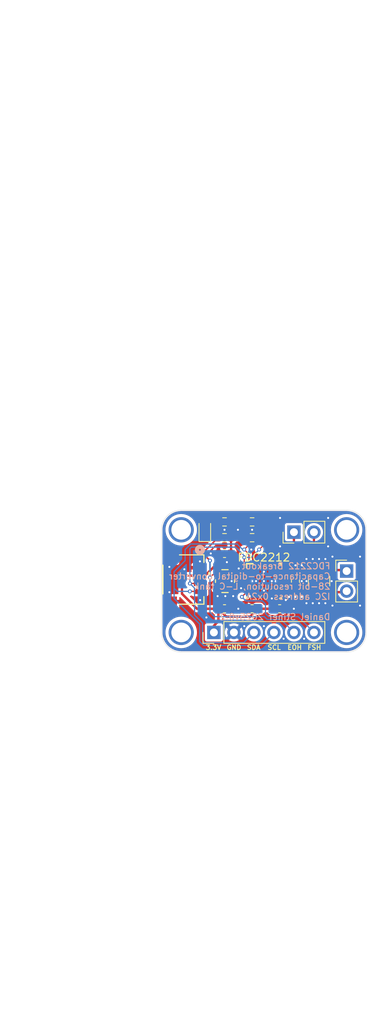
<source format=kicad_pcb>
(kicad_pcb (version 20241229) (generator "pcbnew") (generator_version "9.0")
  (layers (0 "F.Cu" signal) (2 "B.Cu" signal) (13 "F.Paste" user) (15 "B.Paste" user) (5 "F.SilkS" user "F.Silkscreen") (7 "B.SilkS" user "B.Silkscreen") (1 "F.Mask" user) (3 "B.Mask" user) (25 "Edge.Cuts" user))
  (net 0 "")
  (net 1 "GND")
  (net 2 "+3.3V")
  (net 3 "/SENSE0-")
  (net 4 "/SENSE0+")
  (net 5 "Net-(D3-A)")
  (net 6 "/SDA")
  (net 7 "/SCL")
  (net 8 "/FDC_CLK")
  (net 9 "/EOH")
  (net 11 "/SENSE1+")
  (net 12 "/SENSE1-")
  (net 13 "/FDC_SHUTDOWN")
  (footprint "FDC2212DNTT:DNT0012B" (layer "F.Cu") (at 113 109)
    (property "Reference" "U6" (hide yes))
    (property "Value" "FDC2212")
    (fp_line (start -2.200001 -2.199998) (end -1.4 -2.199998) (stroke (width 0.2)) (layer "F.SilkS"))
    (fp_line (start -2.200001 -1.699999) (end -2.200001 -2.199998) (stroke (width 0.2)) (layer "F.SilkS"))
    (fp_line (start -2.200001 2.199998) (end -2.200001 2.025002) (stroke (width 0.2)) (layer "F.SilkS"))
    (fp_line (start -2.200001 2.199998) (end -2.000001 2.199998) (stroke (width 0.2)) (layer "F.SilkS"))
    (fp_line (start 2.000001 -2.199998) (end 2.200001 -2.199998) (stroke (width 0.2)) (layer "F.SilkS"))
    (fp_line (start 2.000001 2.199998) (end 2.200001 2.199998) (stroke (width 0.2)) (layer "F.SilkS"))
    (fp_line (start 2.200001 -2.025002) (end 2.200001 -2.199998) (stroke (width 0.2)) (layer "F.SilkS"))
    (fp_line (start 2.200001 2.199998) (end 2.200001 2.025002) (stroke (width 0.2)) (layer "F.SilkS"))
    (fp_text user "FDC2212" (at 0 -3 0) (layer "F.SilkS"))
    (pad "1" smd rect (at -1.899999 -1.25 90) (size 0.249999 0.599999) (layers "F.Cu" "F.Mask" "F.Paste") (net 7 "/SCL"))
    (pad "2" smd rect (at -1.899999 -0.750001 90) (size 0.249999 0.599999) (layers "F.Cu" "F.Mask" "F.Paste") (net 6 "/SDA"))
    (pad "3" smd rect (at -1.899999 -0.25 90) (size 0.249999 0.599999) (layers "F.Cu" "F.Mask" "F.Paste") (net 8 "/FDC_CLK"))
    (pad "4" smd rect (at -1.899999 0.25 90) (size 0.249999 0.599999) (layers "F.Cu" "F.Mask" "F.Paste") (net 1 "GND"))
    (pad "5" smd rect (at -1.899999 0.749998 90) (size 0.249999 0.599999) (layers "F.Cu" "F.Mask" "F.Paste"))
    (pad "6" smd rect (at -1.899999 1.25 90) (size 0.249999 0.599999) (layers "F.Cu" "F.Mask" "F.Paste") (net 13 "/FDC_SHUTDOWN"))
    (pad "7" smd rect (at 1.899999 1.25 90) (size 0.249999 0.599999) (layers "F.Cu" "F.Mask" "F.Paste") (net 2 "+3.3V"))
    (pad "8" smd rect (at 1.899999 0.749998 90) (size 0.249999 0.599999) (layers "F.Cu" "F.Mask" "F.Paste") (net 1 "GND"))
    (pad "9" smd rect (at 1.899999 0.25 90) (size 0.249999 0.599999) (layers "F.Cu" "F.Mask" "F.Paste") (net 4 "/SENSE0+"))
    (pad "10" smd rect (at 1.899999 -0.250002 90) (size 0.249999 0.599999) (layers "F.Cu" "F.Mask" "F.Paste") (net 3 "/SENSE0-"))
    (pad "11" smd rect (at 1.899999 -0.750001 90) (size 0.249999 0.599999) (layers "F.Cu" "F.Mask" "F.Paste") (net 11 "/SENSE1+"))
    (pad "12" smd rect (at 1.899999 -1.25 90) (size 0.249999 0.599999) (layers "F.Cu" "F.Mask" "F.Paste") (net 12 "/SENSE1-"))
    (pad "13" smd rect (at 0 0 90) (size 2.999999 2.6) (layers "F.Cu" "F.Mask") (net 1 "GND"))
    (pad "V" thru_hole circle (at -1.000001 0) (size 0.508 0.508) (drill 0.254) (layers "*.Cu" "*.Mask") (net 1 "GND"))
    (pad "V" thru_hole circle (at 0 -1.2) (size 0.508 0.508) (drill 0.254) (layers "*.Cu" "*.Mask") (net 1 "GND"))
    (pad "V" thru_hole circle (at 0 0) (size 0.508 0.508) (drill 0.254) (layers "*.Cu" "*.Mask") (net 1 "GND"))
    (pad "V" thru_hole circle (at 0 1.2) (size 0.508 0.508) (drill 0.254) (layers "*.Cu" "*.Mask") (net 1 "GND"))
    (pad "V" thru_hole circle (at 1.000001 0) (size 0.508 0.508) (drill 0.254) (layers "*.Cu" "*.Mask") (net 1 "GND"))
  )
  (footprint "Resistor_SMD:R_0603_1608Metric" (layer "F.Cu") (at 108 103.5 180)
    (property "Reference" "R1" (hide yes))
    (property "Value" "10k")
    (fp_line (start -0.237258 0.5225) (end 0.237258 0.5225) (stroke (width 0.12)) (layer "F.SilkS"))
    (fp_line (start -0.237258 -0.5225) (end 0.237258 -0.5225) (stroke (width 0.12)) (layer "F.SilkS"))
    (pad "1" smd roundrect (at -0.825 0 180) (size 0.8 0.95) (layers "F.Cu" "F.Mask" "F.Paste") (net 2 "+3.3V"))
    (pad "2" smd roundrect (at 0.825 0 180) (size 0.8 0.95) (layers "F.Cu" "F.Mask" "F.Paste") (net 9 "/EOH"))
  )
  (footprint "Capacitor_SMD:C_0603_1608Metric" (layer "F.Cu") (at 108 112.5)
    (property "Reference" "C3" (hide yes))
    (property "Value" "0.01u")
    (fp_line (start -0.14058 -0.51) (end 0.14058 -0.51) (stroke (width 0.12)) (layer "F.SilkS"))
    (fp_line (start -0.14058 0.51) (end 0.14058 0.51) (stroke (width 0.12)) (layer "F.SilkS"))
    (pad "1" smd roundrect (at -0.775 0) (size 0.9 0.95) (layers "F.Cu" "F.Mask" "F.Paste") (net 2 "+3.3V"))
    (pad "2" smd roundrect (at 0.775 0) (size 0.9 0.95) (layers "F.Cu" "F.Mask" "F.Paste") (net 1 "GND"))
  )
  (footprint "Resistor_SMD:R_0603_1608Metric" (layer "F.Cu") (at 111.5 103.5)
    (property "Reference" "R8" (hide yes))
    (property "Value" "10k")
    (fp_line (start -0.237258 -0.5225) (end 0.237258 -0.5225) (stroke (width 0.12)) (layer "F.SilkS"))
    (fp_line (start -0.237258 0.5225) (end 0.237258 0.5225) (stroke (width 0.12)) (layer "F.SilkS"))
    (pad "1" smd roundrect (at -0.825 0) (size 0.8 0.95) (layers "F.Cu" "F.Mask" "F.Paste") (net 2 "+3.3V"))
    (pad "2" smd roundrect (at 0.825 0) (size 0.8 0.95) (layers "F.Cu" "F.Mask" "F.Paste") (net 7 "/SCL"))
  )
  (footprint "Connector_PinHeader_2.54mm:PinHeader_1x02_P2.54mm_Vertical" (layer "F.Cu") (at 123.5 107.725)
    (property "Reference" "J2" (hide yes))
    (property "Value" "Conn_01x02")
    (fp_line (start -1.38 -1.38) (end 0 -1.38) (stroke (width 0.12)) (layer "F.SilkS"))
    (fp_line (start -1.38 0) (end -1.38 -1.38) (stroke (width 0.12)) (layer "F.SilkS"))
    (fp_line (start -1.38 1.27) (end -1.38 3.92) (stroke (width 0.12)) (layer "F.SilkS"))
    (fp_line (start -1.38 1.27) (end 1.38 1.27) (stroke (width 0.12)) (layer "F.SilkS"))
    (fp_line (start -1.38 3.92) (end 1.38 3.92) (stroke (width 0.12)) (layer "F.SilkS"))
    (fp_line (start 1.38 1.27) (end 1.38 3.92) (stroke (width 0.12)) (layer "F.SilkS"))
    (pad "1" thru_hole rect (at 0 0) (size 1.7 1.7) (drill 1) (layers "*.Cu" "*.Mask") (net 3 "/SENSE0-"))
    (pad "2" thru_hole circle (at 0 2.54) (size 1.7 1.7) (drill 1) (layers "*.Cu" "*.Mask") (net 4 "/SENSE0+"))
  )
  (footprint "625L3C040M00000:IC_625L3C040M00000_CTS" (layer "F.Cu") (at 108.0602 109)
    (property "Reference" "U5" (hide yes))
    (property "Value" "625L3C040M00000")
    (fp_line (start -1.2065 -0.16226) (end -1.2065 0.16226) (stroke (width 0.1524)) (layer "F.SilkS"))
    (fp_line (start -0.396714 1.4478) (end 0.396714 1.4478) (stroke (width 0.1524)) (layer "F.SilkS"))
    (fp_line (start 0.396714 -1.4478) (end -0.396714 -1.4478) (stroke (width 0.1524)) (layer "F.SilkS"))
    (fp_line (start 1.2065 0.16226) (end 1.2065 -0.16226) (stroke (width 0.1524)) (layer "F.SilkS"))
    (fp_circle (center -2 -1) (end -1.9238 -1) (stroke (width 0.1524)) (fill no) (layer "F.SilkS"))
    (pad "1" smd rect (at -0.9398 -0.8125) (size 0.889 0.635) (layers "F.Cu" "F.Mask" "F.Paste") (net 9 "/EOH"))
    (pad "2" smd rect (at -0.9398 0.8125) (size 0.889 0.635) (layers "F.Cu" "F.Mask" "F.Paste") (net 1 "GND"))
    (pad "3" smd rect (at 0.9398 0.8125) (size 0.889 0.635) (layers "F.Cu" "F.Mask" "F.Paste") (net 8 "/FDC_CLK"))
    (pad "4" smd rect (at 0.9398 -0.8125) (size 0.889 0.635) (layers "F.Cu" "F.Mask" "F.Paste") (net 2 "+3.3V"))
  )
  (footprint "Capacitor_SMD:C_0603_1608Metric" (layer "F.Cu") (at 108 105.5 180)
    (property "Reference" "C4" (hide yes))
    (property "Value" "0.1u")
    (fp_line (start -0.14058 0.51) (end 0.14058 0.51) (stroke (width 0.12)) (layer "F.SilkS"))
    (fp_line (start -0.14058 -0.51) (end 0.14058 -0.51) (stroke (width 0.12)) (layer "F.SilkS"))
    (pad "1" smd roundrect (at -0.775 0 180) (size 0.9 0.95) (layers "F.Cu" "F.Mask" "F.Paste") (net 2 "+3.3V"))
    (pad "2" smd roundrect (at 0.775 0 180) (size 0.9 0.95) (layers "F.Cu" "F.Mask" "F.Paste") (net 1 "GND"))
  )
  (footprint "Inductor_SMD:L_1210_3225Metric" (layer "F.Cu") (at 120 109 90)
    (property "Reference" "L1" (hide yes))
    (property "Value" "10uH")
    (fp_line (start -0.602064 -1.36) (end 0.602064 -1.36) (stroke (width 0.12)) (layer "F.SilkS"))
    (fp_line (start -0.602064 1.36) (end 0.602064 1.36) (stroke (width 0.12)) (layer "F.SilkS"))
    (pad "1" smd roundrect (at -1.4 0 90) (size 1.25 2.65) (layers "F.Cu" "F.Mask" "F.Paste") (roundrect_rratio 0.2) (net 4 "/SENSE0+"))
    (pad "2" smd roundrect (at 1.4 0 90) (size 1.25 2.65) (layers "F.Cu" "F.Mask" "F.Paste") (roundrect_rratio 0.2) (net 3 "/SENSE0-"))
  )
  (footprint "MountingHoleCompact:MountingHole_2.5mm_Plated" (layer "F.Cu") (at 102.5 102.5)
    (property "Reference" "H1" (hide yes))
    (property "Value" "MountingHole")
    (pad "" thru_hole circle (at 0 0) (size 3.2 3.2) (drill 2.5) (layers "*.Cu" "*.Mask"))
    (zone (net 0) (net_name "") (layers "F.Cu" "B.Cu") (name "Keepout") (connect_pads (clearance 0)) (min_thickness 0.25)
      (keepout (tracks not_allowed) (vias not_allowed) (pads allowed) (copperpour not_allowed) (footprints allowed))
      (fill (thermal_gap 0.5) (thermal_bridge_width 0.5))
      (polygon (pts (arc (start 100.5 102.5) (mid 104.5 102.5) (end 100.5 102.5))))
    )
  )
  (footprint "Connector_PinHeader_2.54mm:PinHeader_1x02_P2.54mm_Vertical" (layer "F.Cu") (at 116.81 102.8 90)
    (property "Reference" "J3" (hide yes))
    (property "Value" "Conn_01x02")
    (fp_line (start -1.38 -1.38) (end 0 -1.38) (stroke (width 0.12)) (layer "F.SilkS"))
    (fp_line (start -1.38 0) (end -1.38 -1.38) (stroke (width 0.12)) (layer "F.SilkS"))
    (fp_line (start 1.38 1.27) (end 1.38 3.92) (stroke (width 0.12)) (layer "F.SilkS"))
    (fp_line (start -1.38 1.27) (end 1.38 1.27) (stroke (width 0.12)) (layer "F.SilkS"))
    (fp_line (start -1.38 1.27) (end -1.38 3.92) (stroke (width 0.12)) (layer "F.SilkS"))
    (fp_line (start -1.38 3.92) (end 1.38 3.92) (stroke (width 0.12)) (layer "F.SilkS"))
    (pad "1" thru_hole rect (at 0 0 90) (size 1.7 1.7) (drill 1) (layers "*.Cu" "*.Mask") (net 12 "/SENSE1-"))
    (pad "2" thru_hole circle (at 0 2.54 90) (size 1.7 1.7) (drill 1) (layers "*.Cu" "*.Mask") (net 11 "/SENSE1+"))
  )
  (footprint "Connector_PinHeader_2.54mm:PinHeader_1x06_P2.54mm_Vertical" (layer "F.Cu") (at 106.65 115.5 90)
    (property "Reference" "J4" (hide yes))
    (property "Value" "Conn_01x06")
    (fp_line (start -1.38 -1.38) (end 0 -1.38) (stroke (width 0.12)) (layer "F.SilkS"))
    (fp_line (start -1.38 0) (end -1.38 -1.38) (stroke (width 0.12)) (layer "F.SilkS"))
    (fp_line (start 1.38 1.27) (end 1.38 14.08) (stroke (width 0.12)) (layer "F.SilkS"))
    (fp_line (start -1.38 1.27) (end 1.38 1.27) (stroke (width 0.12)) (layer "F.SilkS"))
    (fp_line (start -1.38 1.27) (end -1.38 14.08) (stroke (width 0.12)) (layer "F.SilkS"))
    (fp_line (start -1.38 14.08) (end 1.38 14.08) (stroke (width 0.12)) (layer "F.SilkS"))
    (pad "1" thru_hole rect (at 0 0 90) (size 1.7 1.7) (drill 1) (layers "*.Cu" "*.Mask") (net 2 "+3.3V"))
    (pad "2" thru_hole circle (at 0 2.54 90) (size 1.7 1.7) (drill 1) (layers "*.Cu" "*.Mask") (net 1 "GND"))
    (pad "3" thru_hole circle (at 0 5.08 90) (size 1.7 1.7) (drill 1) (layers "*.Cu" "*.Mask") (net 6 "/SDA"))
    (pad "4" thru_hole circle (at 0 7.62 90) (size 1.7 1.7) (drill 1) (layers "*.Cu" "*.Mask") (net 7 "/SCL"))
    (pad "5" thru_hole circle (at 0 10.16 90) (size 1.7 1.7) (drill 1) (layers "*.Cu" "*.Mask") (net 9 "/EOH"))
    (pad "6" thru_hole circle (at 0 12.7 90) (size 1.7 1.7) (drill 1) (layers "*.Cu" "*.Mask") (net 13 "/FDC_SHUTDOWN"))
  )
  (footprint "Capacitor_SMD:C_0603_1608Metric" (layer "F.Cu") (at 115 112.5)
    (property "Reference" "C1" (hide yes))
    (property "Value" "1u")
    (fp_line (start -0.14058 -0.51) (end 0.14058 -0.51) (stroke (width 0.12)) (layer "F.SilkS"))
    (fp_line (start -0.14058 0.51) (end 0.14058 0.51) (stroke (width 0.12)) (layer "F.SilkS"))
    (pad "1" smd roundrect (at -0.775 0) (size 0.9 0.95) (layers "F.Cu" "F.Mask" "F.Paste") (net 2 "+3.3V"))
    (pad "2" smd roundrect (at 0.775 0) (size 0.9 0.95) (layers "F.Cu" "F.Mask" "F.Paste") (net 1 "GND"))
  )
  (footprint "Capacitor_SMD:C_0603_1608Metric" (layer "F.Cu") (at 111.5 112.5 180)
    (property "Reference" "C2" (hide yes))
    (property "Value" "0.1u")
    (fp_line (start -0.14058 0.51) (end 0.14058 0.51) (stroke (width 0.12)) (layer "F.SilkS"))
    (fp_line (start -0.14058 -0.51) (end 0.14058 -0.51) (stroke (width 0.12)) (layer "F.SilkS"))
    (pad "1" smd roundrect (at -0.775 0 180) (size 0.9 0.95) (layers "F.Cu" "F.Mask" "F.Paste") (net 2 "+3.3V"))
    (pad "2" smd roundrect (at 0.775 0 180) (size 0.9 0.95) (layers "F.Cu" "F.Mask" "F.Paste") (net 1 "GND"))
  )
  (footprint "Resistor_SMD:R_0603_1608Metric" (layer "F.Cu") (at 108 101.5 180)
    (property "Reference" "R4" (hide yes))
    (property "Value" "680")
    (fp_line (start -0.237258 0.5225) (end 0.237258 0.5225) (stroke (width 0.12)) (layer "F.SilkS"))
    (fp_line (start -0.237258 -0.5225) (end 0.237258 -0.5225) (stroke (width 0.12)) (layer "F.SilkS"))
    (pad "1" smd roundrect (at -0.825 0 180) (size 0.8 0.95) (layers "F.Cu" "F.Mask" "F.Paste") (net 2 "+3.3V"))
    (pad "2" smd roundrect (at 0.825 0 180) (size 0.8 0.95) (layers "F.Cu" "F.Mask" "F.Paste") (net 5 "Net-(D3-A)"))
  )
  (footprint "MountingHoleCompact:MountingHole_2.5mm_Plated" (layer "F.Cu") (at 123.5 115.5)
    (property "Reference" "H4" (hide yes))
    (property "Value" "MountingHole")
    (pad "" thru_hole circle (at 0 0) (size 3.2 3.2) (drill 2.5) (layers "*.Cu" "*.Mask"))
    (zone (net 0) (net_name "") (layers "F.Cu" "B.Cu") (name "Keepout") (connect_pads (clearance 0)) (min_thickness 0.25)
      (keepout (tracks not_allowed) (vias not_allowed) (pads allowed) (copperpour not_allowed) (footprints allowed))
      (fill (thermal_gap 0.5) (thermal_bridge_width 0.5))
      (polygon (pts (arc (start 121.5 115.5) (mid 125.5 115.5) (end 121.5 115.5))))
    )
  )
  (footprint "MountingHoleCompact:MountingHole_2.5mm_Plated" (layer "F.Cu") (at 102.5 115.5)
    (property "Reference" "H3" (hide yes))
    (property "Value" "MountingHole")
    (pad "" thru_hole circle (at 0 0) (size 3.2 3.2) (drill 2.5) (layers "*.Cu" "*.Mask"))
    (zone (net 0) (net_name "") (layers "F.Cu" "B.Cu") (name "Keepout") (connect_pads (clearance 0)) (min_thickness 0.25)
      (keepout (tracks not_allowed) (vias not_allowed) (pads allowed) (copperpour not_allowed) (footprints allowed))
      (fill (thermal_gap 0.5) (thermal_bridge_width 0.5))
      (polygon (pts (arc (start 100.5 115.5) (mid 104.5 115.5) (end 100.5 115.5))))
    )
  )
  (footprint "MountingHoleCompact:MountingHole_2.5mm_Plated" (layer "F.Cu") (at 123.5 102.5)
    (property "Reference" "H2" (hide yes))
    (property "Value" "MountingHole")
    (pad "" thru_hole circle (at 0 0) (size 3.2 3.2) (drill 2.5) (layers "*.Cu" "*.Mask"))
    (zone (net 0) (net_name "") (layers "F.Cu" "B.Cu") (name "Keepout") (connect_pads (clearance 0)) (min_thickness 0.25)
      (keepout (tracks not_allowed) (vias not_allowed) (pads allowed) (copperpour not_allowed) (footprints allowed))
      (fill (thermal_gap 0.5) (thermal_bridge_width 0.5))
      (polygon (pts (arc (start 121.5 102.5) (mid 125.5 102.5) (end 121.5 102.5))))
    )
  )
  (footprint "LED_SMD:LED_0603_1608Metric" (layer "F.Cu") (at 105.5 102.5 90)
    (property "Reference" "D3" (hide yes))
    (property "Value" "PWRLED")
    (fp_line (start 0.8 -0.735) (end -1.485 -0.735) (stroke (width 0.12)) (layer "F.SilkS"))
    (fp_line (start -1.485 -0.735) (end -1.485 0.735) (stroke (width 0.12)) (layer "F.SilkS"))
    (fp_line (start -1.485 0.735) (end 0.8 0.735) (stroke (width 0.12)) (layer "F.SilkS"))
    (pad "1" smd roundrect (at -0.7875 0 90) (size 0.875 0.95) (layers "F.Cu" "F.Mask" "F.Paste") (net 1 "GND"))
    (pad "2" smd roundrect (at 0.7875 0 90) (size 0.875 0.95) (layers "F.Cu" "F.Mask" "F.Paste") (net 5 "Net-(D3-A)"))
  )
  (footprint "Capacitor_SMD:C_0603_1608Metric" (layer "F.Cu") (at 117 109 90)
    (property "Reference" "C13" (hide yes))
    (property "Value" "33p")
    (fp_line (start -0.14058 -0.51) (end 0.14058 -0.51) (stroke (width 0.12)) (layer "F.SilkS"))
    (fp_line (start -0.14058 0.51) (end 0.14058 0.51) (stroke (width 0.12)) (layer "F.SilkS"))
    (pad "1" smd roundrect (at -0.775 0 90) (size 0.9 0.95) (layers "F.Cu" "F.Mask" "F.Paste") (net 4 "/SENSE0+"))
    (pad "2" smd roundrect (at 0.775 0 90) (size 0.9 0.95) (layers "F.Cu" "F.Mask" "F.Paste") (net 3 "/SENSE0-"))
  )
  (footprint "Resistor_SMD:R_0603_1608Metric" (layer "F.Cu") (at 111.5 101.5)
    (property "Reference" "R7" (hide yes))
    (property "Value" "10k")
    (fp_line (start -0.237258 -0.5225) (end 0.237258 -0.5225) (stroke (width 0.12)) (layer "F.SilkS"))
    (fp_line (start -0.237258 0.5225) (end 0.237258 0.5225) (stroke (width 0.12)) (layer "F.SilkS"))
    (pad "1" smd roundrect (at -0.825 0) (size 0.8 0.95) (layers "F.Cu" "F.Mask" "F.Paste") (net 2 "+3.3V"))
    (pad "2" smd roundrect (at 0.825 0) (size 0.8 0.95) (layers "F.Cu" "F.Mask" "F.Paste") (net 6 "/SDA"))
  )
  (footprint "SM04B_SRSS_TB:CONN_SM04B-SRSS-TB_JST" (layer "F.Cu") (at 102.779001 108.799999 90)
    (property "Reference" "J1" (hide yes))
    (property "Value" "SM04B-SRSS-TB")
    (fp_line (start 1.819559 -2.6035) (end -1.819559 -2.6035) (stroke (width 0.1524)) (layer "F.SilkS"))
    (fp_line (start -3.1242 -0.491261) (end -3.1242 2.6035) (stroke (width 0.1524)) (layer "F.SilkS"))
    (fp_line (start 3.1242 2.6035) (end 3.1242 -0.491261) (stroke (width 0.1524)) (layer "F.SilkS"))
    (fp_line (start 2.16294 2.6035) (end 3.1242 2.6035) (stroke (width 0.1524)) (layer "F.SilkS"))
    (fp_line (start -3.1242 2.6035) (end -2.16294 2.6035) (stroke (width 0.1524)) (layer "F.SilkS"))
    (fp_circle (center 3.7592 2.0985) (end 4.1402 2.0985) (stroke (width 0.508)) (fill no) (layer "F.SilkS"))
    (fp_circle (center 3.7592 2.0985) (end 4.1402 2.0985) (stroke (width 0.508)) (fill no) (layer "B.SilkS"))
    (pad "1" smd rect (at 1.5 2.0985 90) (size 0.6604 1.5494) (layers "F.Cu" "F.Mask" "F.Paste") (net 1 "GND"))
    (pad "2" smd rect (at 0.499999 2.0985 90) (size 0.6604 1.5494) (layers "F.Cu" "F.Mask" "F.Paste") (net 2 "+3.3V"))
    (pad "3" smd rect (at -0.499999 2.0985 90) (size 0.6604 1.5494) (layers "F.Cu" "F.Mask" "F.Paste") (net 6 "/SDA"))
    (pad "4" smd rect (at -1.5 2.0985 90) (size 0.6604 1.5494) (layers "F.Cu" "F.Mask" "F.Paste") (net 7 "/SCL"))
    (pad "5" smd rect (at -2.799999 -1.712 180) (size 1.775999 1.2954) (layers "F.Cu" "F.Mask" "F.Paste") (net 1 "GND"))
    (pad "6" smd rect (at 2.799999 -1.712 180) (size 1.775999 1.2954) (layers "F.Cu" "F.Mask" "F.Paste") (net 1 "GND"))
  )
  (gr_line (start 102.5 100) (end 123.5 100) (stroke (width 0.05)) (layer "Edge.Cuts"))
  (gr_arc (start 100 102.5) (mid 100.732233 100.732233) (end 102.5 100) (stroke (width 0.05)) (layer "Edge.Cuts"))
  (gr_line (start 123.5 118) (end 102.5 118) (stroke (width 0.05)) (layer "Edge.Cuts"))
  (gr_arc (start 102.5 118) (mid 100.732233 117.267767) (end 100 115.5) (stroke (width 0.05)) (layer "Edge.Cuts"))
  (gr_arc (start 126 115.5) (mid 125.267767 117.267767) (end 123.5 118) (stroke (width 0.05)) (layer "Edge.Cuts"))
  (gr_line (start 126 102.5) (end 126 115.5) (stroke (width 0.05)) (layer "Edge.Cuts"))
  (gr_arc (start 123.5 100) (mid 125.267767 100.732233) (end 126 102.5) (stroke (width 0.05)) (layer "Edge.Cuts"))
  (gr_line (start 100 115.5) (end 100 102.5) (stroke (width 0.05)) (layer "Edge.Cuts"))
  (gr_text "EOH" (at 116.9 117.4 0) (layer "F.SilkS") (effects (font (size 0.6 0.6) (thickness 0.127) (bold yes))))
  (gr_text "SDA" (at 111.7 117.4 0) (layer "F.SilkS") (effects (font (size 0.6 0.6) (thickness 0.127) (bold yes))))
  (gr_text "FSH" (at 119.4 117.4 0) (layer "F.SilkS") (effects (font (size 0.6 0.6) (thickness 0.127) (bold yes))))
  (gr_text "GND" (at 109.2 117.4 0) (layer "F.SilkS") (effects (font (size 0.6 0.6) (thickness 0.127) (bold yes))))
  (gr_text "SCL" (at 114.3 117.4 0) (layer "F.SilkS") (effects (font (size 0.6 0.6) (thickness 0.127) (bold yes))))
  (gr_text "3.3V" (at 106.6 117.4 0) (layer "F.SilkS") (effects (font (size 0.6 0.6) (thickness 0.127) (bold yes))))
  (gr_text "FDC2212 Breakout\nCapacitance-to-digital converter\n28-bit resolution, L-C tank\nI2C address 0x2A\n\nDaniel Stiner 2025v0.2" (at 121.5 114 0) (layer "B.SilkS") (effects (font (size 0.8 0.8) (thickness 0.127)) (justify left bottom mirror)))
  (segment (start 114.899999 109.749998) (end 115.426995 109.749998) (width 0.2) (layer "F.Cu") (net 1))
  (segment (start 115.426995 109.749998) (end 115.7 110.023003) (width 0.2) (layer "F.Cu") (net 1))
  (segment (start 111.100001 109.25) (end 110.75 109.25) (width 0.2) (layer "F.Cu") (net 1))
  (segment (start 110.75 109.25) (end 110.1 109.9) (width 0.2) (layer "F.Cu") (net 1))
  (via (at 121.7 105.9) (size 0.508) (drill 0.254) (layers "F.Cu" "B.Cu") (net 1))
  (via (at 120.8 106.2) (size 0.508) (drill 0.254) (layers "F.Cu" "B.Cu") (net 1))
  (via (at 109.8 107.4) (size 0.508) (drill 0.254) (layers "F.Cu" "B.Cu") (net 1))
  (via (at 118.4 106.2) (size 0.508) (drill 0.254) (layers "F.Cu" "B.Cu") (net 1))
  (via (at 105.7 113.6) (size 0.508) (drill 0.254) (layers "F.Cu" "B.Cu") (net 1))
  (via (at 118.4 111.8) (size 0.508) (drill 0.254) (layers "F.Cu" "B.Cu") (net 1))
  (via (at 115.775 111.4) (size 0.508) (drill 0.254) (layers "F.Cu" "B.Cu") (net 1))
  (via (at 113 114.7) (size 0.508) (drill 0.254) (layers "F.Cu" "B.Cu") (net 1))
  (via (at 110.5 114.7) (size 0.508) (drill 0.254) (layers "F.Cu" "B.Cu") (net 1))
  (via (at 109.7 102.5) (size 0.508) (drill 0.254) (layers "F.Cu" "B.Cu") (net 1))
  (via (at 106.25 105.5) (size 0.508) (drill 0.254) (layers "F.Cu" "B.Cu") (net 1))
  (via (at 108.3 106.6) (size 0.508) (drill 0.254) (layers "F.Cu" "B.Cu") (net 1))
  (via (at 109.1 110.9) (size 0.508) (drill 0.254) (layers "F.Cu" "B.Cu") (net 1))
  (via (at 121.15 104.6) (size 0.508) (drill 0.254) (layers "F.Cu" "B.Cu") (net 1))
  (via (at 104.875001 106.5) (size 0.508) (drill 0.254) (layers "F.Cu" "B.Cu") (net 1))
  (via (at 111.5 102.5) (size 0.508) (drill 0.254) (layers "F.Cu" "B.Cu") (net 1))
  (via (at 101 110.4) (size 0.508) (drill 0.254) (layers "F.Cu" "B.Cu") (net 1))
  (via (at 125.2 112.1) (size 0.508) (drill 0.254) (layers "F.Cu" "B.Cu") (net 1))
  (via (at 116.8 112.5) (size 0.508) (drill 0.254) (layers "F.Cu" "B.Cu") (net 1))
  (via (at 115.05 101) (size 0.508) (drill 0.254) (layers "F.Cu" "B.Cu") (net 1))
  (via (at 125.2 105.9) (size 0.508) (drill 0.254) (layers "F.Cu" "B.Cu") (net 1))
  (via (at 117 107) (size 0.508) (drill 0.254) (layers "F.Cu" "B.Cu") (net 1))
  (via (at 108 102.5) (size 0.508) (drill 0.254) (layers "F.Cu" "B.Cu") (net 1))
  (via (at 114 111.2) (size 0.508) (drill 0.254) (layers "F.Cu" "B.Cu") (net 1))
  (via (at 120 111.8) (size 0.508) (drill 0.254) (layers "F.Cu" "B.Cu") (net 1))
  (via (at 120.8 111.8) (size 0.508) (drill 0.254) (layers "F.Cu" "B.Cu") (net 1))
  (via (at 104.9 111.4) (size 0.508) (drill 0.254) (layers "F.Cu" "B.Cu") (net 1))
  (via (at 108.1 110.9) (size 0.508) (drill 0.254) (layers "F.Cu" "B.Cu") (net 1))
  (via (at 116.2 111) (size 0.508) (drill 0.254) (layers "F.Cu" "B.Cu") (net 1))
  (via (at 117.8 109) (size 0.508) (drill 0.254) (layers "F.Cu" "B.Cu") (net 1))
  (via (at 102.9 107.5) (size 0.508) (drill 0.254) (layers "F.Cu" "B.Cu") (net 1))
  (via (at 118.4 109) (size 0.508) (drill 0.254) (layers "F.Cu" "B.Cu") (net 1))
  (via (at 119.2 106.2) (size 0.508) (drill 0.254) (layers "F.Cu" "B.Cu") (net 1))
  (via (at 120 106.2) (size 0.508) (drill 0.254) (layers "F.Cu" "B.Cu") (net 1))
  (via (at 111.4 105) (size 0.508) (drill 0.254) (layers "F.Cu" "B.Cu") (net 1))
  (via (at 110.1 109.9) (size 0.508) (drill 0.254) (layers "F.Cu" "B.Cu") (net 1))
  (via (at 121.7 112.1) (size 0.508) (drill 0.254) (layers "F.Cu" "B.Cu") (net 1))
  (via (at 108.9 109) (size 0.508) (drill 0.254) (layers "F.Cu" "B.Cu") (net 1))
  (via (at 115.5 116.3) (size 0.508) (drill 0.254) (layers "F.Cu" "B.Cu") (net 1))
  (via (at 109.75 112.5) (size 0.508) (drill 0.254) (layers "F.Cu" "B.Cu") (net 1))
  (via (at 117.8 111) (size 0.508) (drill 0.254) (layers "F.Cu" "B.Cu") (net 1))
  (via (at 107.1204 110.9) (size 0.508) (drill 0.254) (layers "F.Cu" "B.Cu") (net 1))
  (via (at 121.15 101) (size 0.508) (drill 0.254) (layers "F.Cu" "B.Cu") (net 1))
  (via (at 115.05 104.6) (size 0.508) (drill 0.254) (layers "F.Cu" "B.Cu") (net 1))
  (via (at 117.8 107) (size 0.508) (drill 0.254) (layers "F.Cu" "B.Cu") (net 1))
  (via (at 101 107.2) (size 0.508) (drill 0.254) (layers "F.Cu" "B.Cu") (net 1))
  (via (at 111.2 110.9) (size 0.508) (drill 0.254) (layers "F.Cu" "B.Cu") (net 1))
  (via (at 121.6 109) (size 0.508) (drill 0.254) (layers "F.Cu" "B.Cu") (net 1))
  (via (at 118.1 116.3) (size 0.508) (drill 0.254) (layers "F.Cu" "B.Cu") (net 1))
  (via (at 117 111) (size 0.508) (drill 0.254) (layers "F.Cu" "B.Cu") (net 1))
  (via (at 119.2 111.8) (size 0.508) (drill 0.254) (layers "F.Cu" "B.Cu") (net 1))
  (segment (start 104.5 112.5) (end 102.6 110.6) (width 0.3048) (layer "F.Cu") (net 2))
  (segment (start 108.7875 108.1875) (end 109 108.1875) (width 0.3048) (layer "F.Cu") (net 2))
  (segment (start 105.5391 108.3) (end 106.8391 107) (width 0.3048) (layer "F.Cu") (net 2))
  (segment (start 108.825 103.5) (end 110.675 103.5) (width 0.3048) (layer "F.Cu") (net 2))
  (segment (start 114.899999 111.825001) (end 114.225 112.5) (width 0.3048) (layer "F.Cu") (net 2))
  (segment (start 103.2 108.3) (end 105.5391 108.3) (width 0.3048) (layer "F.Cu") (net 2))
  (segment (start 106.8391 107) (end 107.6 107) (width 0.3048) (layer "F.Cu") (net 2))
  (segment (start 106.65 114.65) (end 107.225 114.075) (width 0.3048) (layer "F.Cu") (net 2))
  (segment (start 110.675 103.5) (end 110.675 101.5) (width 0.3048) (layer "F.Cu") (net 2))
  (segment (start 102.6 110.6) (end 102.6 108.9) (width 0.3048) (layer "F.Cu") (net 2))
  (segment (start 106.65 115.5) (end 106.65 114.65) (width 0.3048) (layer "F.Cu") (net 2))
  (segment (start 108.825 105.45) (end 108.775 105.5) (width 0.3048) (layer "F.Cu") (net 2))
  (segment (start 108.825 103.5) (end 108.825 105.45) (width 0.3048) (layer "F.Cu") (net 2))
  (segment (start 107.225 114.075) (end 107.225 112.5) (width 0.3048) (layer "F.Cu") (net 2))
  (segment (start 109.1 105.825) (end 108.775 105.5) (width 0.3048) (layer "F.Cu") (net 2))
  (segment (start 108.225 113.5) (end 107.225 112.5) (width 0.3048) (layer "F.Cu") (net 2))
  (segment (start 102.6 108.9) (end 103.2 108.3) (width 0.3048) (layer "F.Cu") (net 2))
  (segment (start 112.275 112.5) (end 111.275 113.5) (width 0.3048) (layer "F.Cu") (net 2))
  (segment (start 114.225 112.5) (end 112.275 112.5) (width 0.3048) (layer "F.Cu") (net 2))
  (segment (start 108.825 101.5) (end 108.825 103.5) (width 0.3048) (layer "F.Cu") (net 2))
  (segment (start 107.6 107) (end 108.7875 108.1875) (width 0.3048) (layer "F.Cu") (net 2))
  (segment (start 114.899999 110.25) (end 114.899999 111.825001) (width 0.3048) (layer "F.Cu") (net 2))
  (segment (start 107.225 112.5) (end 104.5 112.5) (width 0.3048) (layer "F.Cu") (net 2))
  (segment (start 111.275 113.5) (end 108.225 113.5) (width 0.3048) (layer "F.Cu") (net 2))
  (segment (start 110.675 101.5) (end 108.825 101.5) (width 0.3048) (layer "F.Cu") (net 2))
  (segment (start 109 108.1875) (end 109.1 108.0875) (width 0.3048) (layer "F.Cu") (net 2))
  (segment (start 109.1 108.0875) (end 109.1 105.825) (width 0.3048) (layer "F.Cu") (net 2))
  (segment (start 118.4 107.6) (end 120 107.6) (width 0.3) (layer "F.Cu") (net 3))
  (segment (start 114.899999 108.749998) (end 115.750002 108.749998) (width 0.3) (layer "F.Cu") (net 3))
  (segment (start 115.750002 108.749998) (end 116.275 108.225) (width 0.3) (layer "F.Cu") (net 3))
  (segment (start 117.775 108.225) (end 118.4 107.6) (width 0.3) (layer "F.Cu") (net 3))
  (segment (start 116.275 108.225) (end 117 108.225) (width 0.3) (layer "F.Cu") (net 3))
  (segment (start 123.375 107.6) (end 123.5 107.725) (width 0.3) (layer "F.Cu") (net 3))
  (segment (start 117 108.225) (end 117.775 108.225) (width 0.3) (layer "F.Cu") (net 3))
  (segment (start 120 107.6) (end 123.375 107.6) (width 0.3) (layer "F.Cu") (net 3))
  (segment (start 118.4 110.4) (end 120 110.4) (width 0.3) (layer "F.Cu") (net 4))
  (segment (start 120 110.4) (end 123.365 110.4) (width 0.3) (layer "F.Cu") (net 4))
  (segment (start 117 109.775) (end 117.775 109.775) (width 0.3) (layer "F.Cu") (net 4))
  (segment (start 114.899999 109.25) (end 115.75 109.25) (width 0.3) (layer "F.Cu") (net 4))
  (segment (start 117.775 109.775) (end 118.4 110.4) (width 0.3) (layer "F.Cu") (net 4))
  (segment (start 116.275 109.775) (end 117 109.775) (width 0.3) (layer "F.Cu") (net 4))
  (segment (start 123.365 110.4) (end 123.5 110.265) (width 0.3) (layer "F.Cu") (net 4))
  (segment (start 115.75 109.25) (end 116.275 109.775) (width 0.3) (layer "F.Cu") (net 4))
  (segment (start 107.175 101.5) (end 105.7125 101.5) (width 0.3048) (layer "F.Cu") (net 5))
  (segment (start 105.7125 101.5) (end 105.5 101.7125) (width 0.3048) (layer "F.Cu") (net 5))
  (segment (start 113.3 101.9) (end 112.9 101.5) (width 0.1524) (layer "F.Cu") (net 6))
  (segment (start 112.9 101.5) (end 112.325 101.5) (width 0.1524) (layer "F.Cu") (net 6))
  (segment (start 110.5 108.129397) (end 110.620602 108.249999) (width 0.1524) (layer "F.Cu") (net 6))
  (segment (start 112.4 105) (end 113.3 104.1) (width 0.1524) (layer "F.Cu") (net 6))
  (segment (start 113.3 104.1) (end 113.3 101.9) (width 0.1524) (layer "F.Cu") (net 6))
  (segment (start 103.6064 109.299998) (end 104.875001 109.299998) (width 0.1524) (layer "F.Cu") (net 6))
  (segment (start 110.620602 108.249999) (end 111.100001 108.249999) (width 0.1524) (layer "F.Cu") (net 6))
  (segment (start 110.5 106) (end 110.5 108.129397) (width 0.1524) (layer "F.Cu") (net 6))
  (via (at 112.4 105) (size 0.508) (drill 0.254) (layers "F.Cu" "B.Cu") (net 6))
  (via (at 103.6064 109.299998) (size 0.508) (drill 0.254) (layers "F.Cu" "B.Cu") (net 6))
  (via (at 110.5 106) (size 0.508) (drill 0.254) (layers "F.Cu" "B.Cu") (net 6))
  (segment (start 110.5 106) (end 110.5 105.776366) (width 0.1524) (layer "B.Cu") (net 6))
  (segment (start 105.2 114.300217) (end 105.2 116.5) (width 0.1524) (layer "B.Cu") (net 6))
  (segment (start 104.2 113.300216) (end 105.2 114.300217) (width 0.1524) (layer "B.Cu") (net 6))
  (segment (start 105.5 116.8) (end 110.43 116.8) (width 0.1524) (layer "B.Cu") (net 6))
  (segment (start 103.6064 109.299998) (end 103.6064 104.8936) (width 0.1524) (layer "B.Cu") (net 6))
  (segment (start 111.4 106) (end 110.5 106) (width 0.1524) (layer "B.Cu") (net 6))
  (segment (start 110.5 105.776366) (end 109.423634 104.7) (width 0.1524) (layer "B.Cu") (net 6))
  (segment (start 110.43 116.8) (end 111.73 115.5) (width 0.1524) (layer "B.Cu") (net 6))
  (segment (start 105.2 116.5) (end 105.5 116.8) (width 0.1524) (layer "B.Cu") (net 6))
  (segment (start 109.423634 104.7) (end 103.8 104.7) (width 0.1524) (layer "B.Cu") (net 6))
  (segment (start 103.8 104.7) (end 103.6064 104.8936) (width 0.1524) (layer "B.Cu") (net 6))
  (segment (start 103.6064 109.299998) (end 104.2 109.893598) (width 0.1524) (layer "B.Cu") (net 6))
  (segment (start 112.4 105) (end 111.4 106) (width 0.1524) (layer "B.Cu") (net 6))
  (segment (start 104.2 109.893598) (end 104.2 113.300216) (width 0.1524) (layer "B.Cu") (net 6))
  (segment (start 111.100001 105.600001) (end 110.5 105) (width 0.1524) (layer "F.Cu") (net 7))
  (segment (start 111.1 104.4) (end 112 104.4) (width 0.1524) (layer "F.Cu") (net 7))
  (segment (start 112 104.4) (end 112.325 104.075) (width 0.1524) (layer "F.Cu") (net 7))
  (segment (start 112.325 104.075) (end 112.325 103.5) (width 0.1524) (layer "F.Cu") (net 7))
  (segment (start 111.100001 107.75) (end 111.100001 105.600001) (width 0.1524) (layer "F.Cu") (net 7))
  (segment (start 104.875001 110.299999) (end 103.6 110.3) (width 0.1524) (layer "F.Cu") (net 7))
  (segment (start 110.5 105) (end 111.1 104.4) (width 0.1524) (layer "F.Cu") (net 7))
  (via (at 103.6 110.3) (size 0.508) (drill 0.254) (layers "F.Cu" "B.Cu") (net 7))
  (via (at 110.5 105) (size 0.508) (drill 0.254) (layers "F.Cu" "B.Cu") (net 7))
  (segment (start 114.27 115.5) (end 112.6166 117.1534) (width 0.1524) (layer "B.Cu") (net 7))
  (segment (start 101.6 109.7) (end 101.6 107.8) (width 0.1524) (layer "B.Cu") (net 7))
  (segment (start 103 105) (end 103.7 104.3) (width 0.1524) (layer "B.Cu") (net 7))
  (segment (start 101.6 109.7) (end 101.6 109.9) (width 0.1524) (layer "B.Cu") (net 7))
  (segment (start 103.7 104.3) (end 109.6 104.3) (width 0.1524) (layer "B.Cu") (net 7))
  (segment (start 103.6 110.3) (end 102 110.3) (width 0.1524) (layer "B.Cu") (net 7))
  (segment (start 110.3 105) (end 110.5 105) (width 0.1524) (layer "B.Cu") (net 7))
  (segment (start 101.6 107.8) (end 103 106.4) (width 0.1524) (layer "B.Cu") (net 7))
  (segment (start 101.6 111.2) (end 101.6 109.7) (width 0.1524) (layer "B.Cu") (net 7))
  (segment (start 105.353616 117.1534) (end 104.8466 116.646383) (width 0.1524) (layer "B.Cu") (net 7))
  (segment (start 103 106.4) (end 103 105) (width 0.1524) (layer "B.Cu") (net 7))
  (segment (start 112.6166 117.1534) (end 105.353616 117.1534) (width 0.1524) (layer "B.Cu") (net 7))
  (segment (start 104.8466 114.4466) (end 101.6 111.2) (width 0.1524) (layer "B.Cu") (net 7))
  (segment (start 109.6 104.3) (end 110.3 105) (width 0.1524) (layer "B.Cu") (net 7))
  (segment (start 101.6 109.9) (end 102 110.3) (width 0.1524) (layer "B.Cu") (net 7))
  (segment (start 104.8466 116.646383) (end 104.8466 114.4466) (width 0.1524) (layer "B.Cu") (net 7))
  (segment (start 109 109.8125) (end 110.0625 108.75) (width 0.3048) (layer "F.Cu") (net 8))
  (segment (start 110.0625 108.75) (end 111.100001 108.75) (width 0.3048) (layer "F.Cu") (net 8))
  (segment (start 105.5 105.175) (end 107.175 103.5) (width 0.2) (layer "F.Cu") (net 9))
  (segment (start 105.5 105.74755) (end 105.5 105.175) (width 0.2) (layer "F.Cu") (net 9))
  (segment (start 106.15245 106.4) (end 105.5 105.74755) (width 0.2) (layer "F.Cu") (net 9))
  (segment (start 106.15245 108.54423) (end 106.50918 108.1875) (width 0.1524) (layer "F.Cu") (net 9))
  (segment (start 106.50918 108.1875) (end 107.1204 108.1875) (width 0.1524) (layer "F.Cu") (net 9))
  (via (at 106.15245 106.4) (size 0.508) (drill 0.254) (layers "F.Cu" "B.Cu") (net 9))
  (via (at 106.15245 108.54423) (size 0.508) (drill 0.254) (layers "F.Cu" "B.Cu") (net 9))
  (segment (start 115.1634 113.8534) (end 116.81 115.5) (width 0.1524) (layer "B.Cu") (net 9))
  (segment (start 113.0466 113.5) (end 113.4 113.8534) (width 0.1524) (layer "B.Cu") (net 9))
  (segment (start 106.7 113.5) (end 113.0466 113.5) (width 0.1524) (layer "B.Cu") (net 9))
  (segment (start 106.15245 108.54423) (end 106.15245 112.95245) (width 0.1524) (layer "B.Cu") (net 9))
  (segment (start 113.4 113.8534) (end 115.1634 113.8534) (width 0.1524) (layer "B.Cu") (net 9))
  (segment (start 106.15245 112.95245) (end 106.7 113.5) (width 0.1524) (layer "B.Cu") (net 9))
  (segment (start 106.15245 106.4) (end 106.15245 108.54423) (width 0.2) (layer "B.Cu") (net 9))
  (segment (start 118.8 104.6) (end 117.3 104.6) (width 0.3) (layer "F.Cu") (net 11))
  (segment (start 117.3 104.6) (end 115.8 106.1) (width 0.3) (layer "F.Cu") (net 11))
  (segment (start 115.350001 108.249999) (end 114.899999 108.249999) (width 0.3) (layer "F.Cu") (net 11))
  (segment (start 115.8 107.8) (end 115.350001 108.249999) (width 0.3) (layer "F.Cu") (net 11))
  (segment (start 115.8 106.1) (end 115.8 107.8) (width 0.3) (layer "F.Cu") (net 11))
  (segment (start 119.35 102.8) (end 119.35 104.05) (width 0.3) (layer "F.Cu") (net 11))
  (segment (start 119.35 104.05) (end 118.8 104.6) (width 0.3) (layer "F.Cu") (net 11))
  (segment (start 114.899999 107.75) (end 115.3 107.349999) (width 0.3) (layer "F.Cu") (net 12))
  (segment (start 116.81 104.38148) (end 115.3 105.89148) (width 0.3) (layer "F.Cu") (net 12))
  (segment (start 115.3 105.89148) (end 115.3 107.349999) (width 0.3) (layer "F.Cu") (net 12))
  (segment (start 116.81 102.8) (end 116.81 104.38148) (width 0.3) (layer "F.Cu") (net 12))
  (segment (start 111.100001 110.25) (end 110.95 110.25) (width 0.1524) (layer "F.Cu") (net 13))
  (segment (start 110.95 110.25) (end 110.2 111) (width 0.1524) (layer "F.Cu") (net 13))
  (via (at 110.2 111) (size 0.508) (drill 0.254) (layers "F.Cu" "B.Cu") (net 13))
  (segment (start 113.2 111.9) (end 113.2 113.1) (width 0.1524) (layer "B.Cu") (net 13))
  (segment (start 112.8 111.5) (end 113.2 111.9) (width 0.1524) (layer "B.Cu") (net 13))
  (segment (start 117.35 113.5) (end 119.35 115.5) (width 0.1524) (layer "B.Cu") (net 13))
  (segment (start 113.2 113.1) (end 113.6 113.5) (width 0.1524) (layer "B.Cu") (net 13))
  (segment (start 113.6 113.5) (end 117.35 113.5) (width 0.1524) (layer "B.Cu") (net 13))
  (segment (start 110.7 111.5) (end 112.8 111.5) (width 0.1524) (layer "B.Cu") (net 13))
  (segment (start 110.2 111) (end 110.7 111.5) (width 0.1524) (layer "B.Cu") (net 13))
  (zone (net 1) (net_name "GND") (layers "F.Cu" "B.Cu") (connect_pads (clearance 0.3048)) (min_thickness 0.1524) (fill yes (thermal_gap 0.3048) (thermal_bridge_width 0.4572) (smoothing chamfer) (radius 1))
    (polygon (pts (xy 100 100) (xy 126 100) (xy 126 118) (xy 100 118)))
  )
)
</source>
